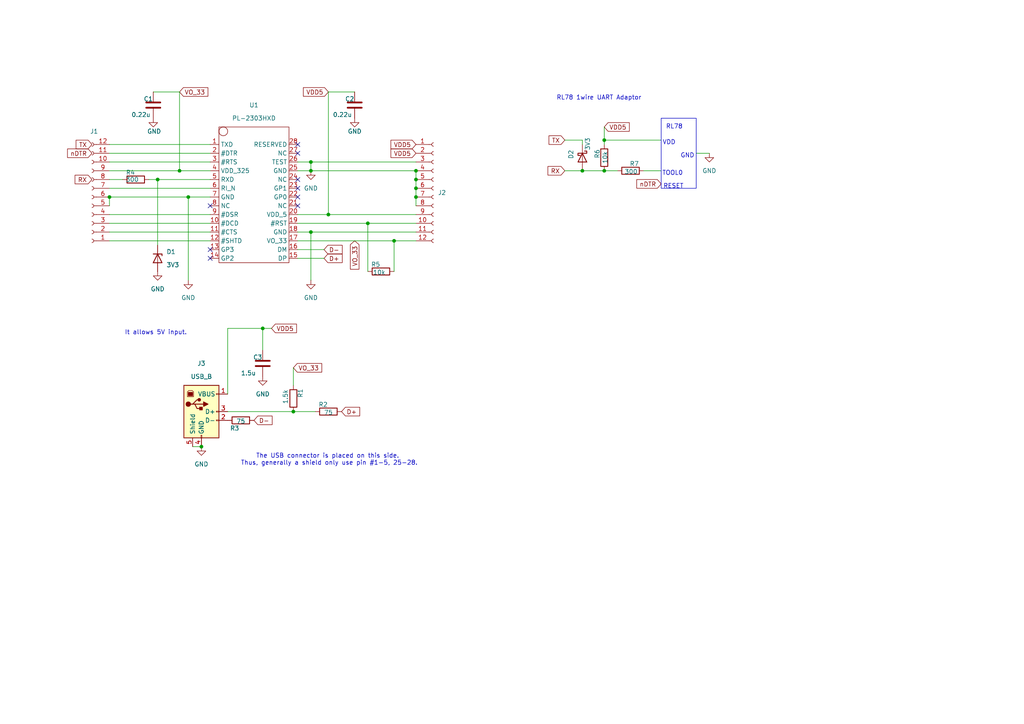
<source format=kicad_sch>
(kicad_sch (version 20250114) (generator "eeschema") (generator_version "9.0")
  (paper "A4")
  (lib_symbols
    (symbol "0Ore:PL2303HXD"
      (property "Reference" "U" (at 0 0 0))
      (symbol "PL2303HXD_0_1"
        (rectangle (start -10.16 40.64) (end 10.16 1.27))
        (circle (center -8.89 39.37) (radius 1.27))
      )
      (symbol "PL2303HXD_1_1"
        (pin input line (at -12.7 35.56 0) (length 2.54) (name "TXD") (number "1"))
        (pin input line (at -12.7 33.02 0) (length 2.54) (name "#DTR") (number "2"))
        (pin input line (at -12.7 30.48 0) (length 2.54) (name "#RTS") (number "3"))
        (pin input line (at -12.7 27.94 0) (length 2.54) (name "VDD_325") (number "4"))
        (pin input line (at -12.7 25.4 0) (length 2.54) (name "RXD") (number "5"))
        (pin input line (at -12.7 22.86 0) (length 2.54) (name "RI_N") (number "6"))
        (pin input line (at -12.7 20.32 0) (length 2.54) (name "GND") (number "7"))
        (pin input line (at -12.7 17.78 0) (length 2.54) (name "NC") (number "8"))
        (pin input line (at -12.7 15.24 0) (length 2.54) (name "#DSR") (number "9"))
        (pin input line (at -12.7 12.7 0) (length 2.54) (name "#DCD") (number "10"))
        (pin input line (at -12.7 10.16 0) (length 2.54) (name "#CTS") (number "11"))
        (pin input line (at -12.7 7.62 0) (length 2.54) (name "#SHTD") (number "12"))
        (pin input line (at -12.7 5.08 0) (length 2.54) (name "GP3") (number "13"))
        (pin input line (at -12.7 2.54 0) (length 2.54) (name "GP2") (number "14"))
        (pin input line (at 12.7 35.56 180) (length 2.54) (name "RESERVED") (number "28"))
        (pin input line (at 12.7 33.02 180) (length 2.54) (name "NC") (number "27"))
        (pin input line (at 12.7 30.48 180) (length 2.54) (name "TEST") (number "26"))
        (pin input line (at 12.7 27.94 180) (length 2.54) (name "GND") (number "25"))
        (pin input line (at 12.7 25.4 180) (length 2.54) (name "NC") (number "24"))
        (pin input line (at 12.7 22.86 180) (length 2.54) (name "GP1") (number "23"))
        (pin input line (at 12.7 20.32 180) (length 2.54) (name "GP0") (number "22"))
        (pin input line (at 12.7 17.78 180) (length 2.54) (name "NC") (number "21"))
        (pin input line (at 12.7 15.24 180) (length 2.54) (name "VDD_5") (number "20"))
        (pin input line (at 12.7 12.7 180) (length 2.54) (name "#RST") (number "19"))
        (pin input line (at 12.7 10.16 180) (length 2.54) (name "GND") (number "18"))
        (pin input line (at 12.7 7.62 180) (length 2.54) (name "VO_33") (number "17"))
        (pin input line (at 12.7 5.08 180) (length 2.54) (name "DM") (number "16"))
        (pin input line (at 12.7 2.54 180) (length 2.54) (name "DP") (number "15"))
      )
    )
    (symbol "Connector:Conn_01x12_Socket" (pin_names (offset 1.016) (hide yes))
      (property "Reference" "J" (at 0 15.24 0))
      (property "Value" "Conn_01x12_Socket" (at 0 -17.78 0))
      (symbol "Conn_01x12_Socket_1_1"
        (polyline (pts (xy -1.27 12.7) (xy -0.508 12.7)) (stroke (width 0.1524)))
        (polyline (pts (xy -1.27 10.16) (xy -0.508 10.16)) (stroke (width 0.1524)))
        (polyline (pts (xy -1.27 7.62) (xy -0.508 7.62)) (stroke (width 0.1524)))
        (polyline (pts (xy -1.27 5.08) (xy -0.508 5.08)) (stroke (width 0.1524)))
        (polyline (pts (xy -1.27 2.54) (xy -0.508 2.54)) (stroke (width 0.1524)))
        (polyline (pts (xy -1.27 0) (xy -0.508 0)) (stroke (width 0.1524)))
        (polyline (pts (xy -1.27 -2.54) (xy -0.508 -2.54)) (stroke (width 0.1524)))
        (polyline (pts (xy -1.27 -5.08) (xy -0.508 -5.08)) (stroke (width 0.1524)))
        (polyline (pts (xy -1.27 -7.62) (xy -0.508 -7.62)) (stroke (width 0.1524)))
        (polyline (pts (xy -1.27 -10.16) (xy -0.508 -10.16)) (stroke (width 0.1524)))
        (polyline (pts (xy -1.27 -12.7) (xy -0.508 -12.7)) (stroke (width 0.1524)))
        (polyline (pts (xy -1.27 -15.24) (xy -0.508 -15.24)) (stroke (width 0.1524)))
        (arc (start 0 12.192) (mid -0.5058 12.7) (end 0 13.208) (stroke (width 0.1524)))
        (arc (start 0 9.652) (mid -0.5058 10.16) (end 0 10.668) (stroke (width 0.1524)))
        (arc (start 0 7.112) (mid -0.5058 7.62) (end 0 8.128) (stroke (width 0.1524)))
        (arc (start 0 4.572) (mid -0.5058 5.08) (end 0 5.588) (stroke (width 0.1524)))
        (arc (start 0 2.032) (mid -0.5058 2.54) (end 0 3.048) (stroke (width 0.1524)))
        (arc (start 0 -0.508) (mid -0.5058 0) (end 0 0.508) (stroke (width 0.1524)))
        (arc (start 0 -3.048) (mid -0.5058 -2.54) (end 0 -2.032) (stroke (width 0.1524)))
        (arc (start 0 -5.588) (mid -0.5058 -5.08) (end 0 -4.572) (stroke (width 0.1524)))
        (arc (start 0 -8.128) (mid -0.5058 -7.62) (end 0 -7.112) (stroke (width 0.1524)))
        (arc (start 0 -10.668) (mid -0.5058 -10.16) (end 0 -9.652) (stroke (width 0.1524)))
        (arc (start 0 -13.208) (mid -0.5058 -12.7) (end 0 -12.192) (stroke (width 0.1524)))
        (arc (start 0 -15.748) (mid -0.5058 -15.24) (end 0 -14.732) (stroke (width 0.1524)))
        (pin passive line (at -5.08 12.7 0) (length 3.81) (name "Pin_1") (number "1"))
        (pin passive line (at -5.08 10.16 0) (length 3.81) (name "Pin_2") (number "2"))
        (pin passive line (at -5.08 7.62 0) (length 3.81) (name "Pin_3") (number "3"))
        (pin passive line (at -5.08 5.08 0) (length 3.81) (name "Pin_4") (number "4"))
        (pin passive line (at -5.08 2.54 0) (length 3.81) (name "Pin_5") (number "5"))
        (pin passive line (at -5.08 0 0) (length 3.81) (name "Pin_6") (number "6"))
        (pin passive line (at -5.08 -2.54 0) (length 3.81) (name "Pin_7") (number "7"))
        (pin passive line (at -5.08 -5.08 0) (length 3.81) (name "Pin_8") (number "8"))
        (pin passive line (at -5.08 -7.62 0) (length 3.81) (name "Pin_9") (number "9"))
        (pin passive line (at -5.08 -10.16 0) (length 3.81) (name "Pin_10") (number "10"))
        (pin passive line (at -5.08 -12.7 0) (length 3.81) (name "Pin_11") (number "11"))
        (pin passive line (at -5.08 -15.24 0) (length 3.81) (name "Pin_12") (number "12"))
      )
    )
    (symbol "Connector:USB_B" (pin_names (offset 1.016))
      (property "Reference" "J" (at -5.08 11.43 0))
      (property "Value" "USB_B" (at -5.08 8.89 0))
      (symbol "USB_B_0_1"
        (rectangle (start -5.08 -7.62) (end 5.08 7.62) (stroke (width 0.254)) (fill (type background)))
        (polyline (pts (xy -4.064 4.318) (xy -2.286 4.318) (xy -2.286 5.715) (xy -2.667 6.096) (xy -3.683 6.096) (xy -4.064 5.715) (xy -4.064 4.318)))
        (rectangle (start -3.81 5.588) (end -2.54 4.572) (fill (type outline)))
        (circle (center -3.81 2.159) (radius 0.635) (stroke (width 0.254)) (fill (type outline)))
        (polyline (pts (xy -3.175 2.159) (xy -2.54 2.159) (xy -1.27 3.429) (xy -0.635 3.429)) (stroke (width 0.254)))
        (polyline (pts (xy -2.54 2.159) (xy -1.905 2.159) (xy -1.27 0.889) (xy 0 0.889)) (stroke (width 0.254)))
        (polyline (pts (xy -1.905 2.159) (xy 0.635 2.159)) (stroke (width 0.254)))
        (circle (center -0.635 3.429) (radius 0.381) (stroke (width 0.254)) (fill (type outline)))
        (rectangle (start -0.127 -7.62) (end 0.127 -6.858))
        (rectangle (start 0.254 1.27) (end -0.508 0.508) (stroke (width 0.254)) (fill (type outline)))
        (polyline (pts (xy 0.635 2.794) (xy 0.635 1.524) (xy 1.905 2.159) (xy 0.635 2.794)) (stroke (width 0.254)) (fill (type outline)))
        (rectangle (start 5.08 4.953) (end 4.318 5.207))
        (rectangle (start 5.08 -0.127) (end 4.318 0.127))
        (rectangle (start 5.08 -2.667) (end 4.318 -2.413))
      )
      (symbol "USB_B_1_1"
        (pin passive line (at -2.54 -10.16 90) (length 2.54) (name "Shield") (number "5"))
        (pin power_out line (at 0 -10.16 90) (length 2.54) (name "GND") (number "4"))
        (pin power_out line (at 7.62 5.08 180) (length 2.54) (name "VBUS") (number "1"))
        (pin bidirectional line (at 7.62 0 180) (length 2.54) (name "D+") (number "3"))
        (pin bidirectional line (at 7.62 -2.54 180) (length 2.54) (name "D-") (number "2"))
      )
    )
    (symbol "Device:C" (pin_numbers (hide yes)) (pin_names (offset 0.254))
      (property "Reference" "C" (at 0.635 2.54 0))
      (property "Value" "C" (at 0.635 -2.54 0))
      (symbol "C_0_1"
        (polyline (pts (xy -2.032 0.762) (xy 2.032 0.762)) (stroke (width 0.508)))
        (polyline (pts (xy -2.032 -0.762) (xy 2.032 -0.762)) (stroke (width 0.508)))
      )
      (symbol "C_1_1"
        (pin passive line (at 0 3.81 270) (length 2.794) (name "~") (number "1"))
        (pin passive line (at 0 -3.81 90) (length 2.794) (name "~") (number "2"))
      )
    )
    (symbol "Device:D_Schottky" (pin_numbers (hide yes)) (pin_names (offset 1.016) (hide yes))
      (property "Reference" "D" (at 0 2.54 0))
      (property "Value" "D_Schottky" (at 0 -2.54 0))
      (symbol "D_Schottky_0_1"
        (polyline (pts (xy -1.905 0.635) (xy -1.905 1.27) (xy -1.27 1.27) (xy -1.27 -1.27) (xy -0.635 -1.27) (xy -0.635 -0.635)) (stroke (width 0.254)))
        (polyline (pts (xy 1.27 1.27) (xy 1.27 -1.27) (xy -1.27 0) (xy 1.27 1.27)) (stroke (width 0.254)))
        (polyline (pts (xy 1.27 0) (xy -1.27 0)))
      )
      (symbol "D_Schottky_1_1"
        (pin passive line (at -3.81 0 0) (length 2.54) (name "K") (number "1"))
        (pin passive line (at 3.81 0 180) (length 2.54) (name "A") (number "2"))
      )
    )
    (symbol "Device:D_Zener" (pin_numbers (hide yes)) (pin_names (offset 1.016) (hide yes))
      (property "Reference" "D" (at 0 2.54 0))
      (property "Value" "D_Zener" (at 0 -2.54 0))
      (symbol "D_Zener_0_1"
        (polyline (pts (xy -1.27 -1.27) (xy -1.27 1.27) (xy -0.762 1.27)) (stroke (width 0.254)))
        (polyline (pts (xy 1.27 0) (xy -1.27 0)))
        (polyline (pts (xy 1.27 -1.27) (xy 1.27 1.27) (xy -1.27 0) (xy 1.27 -1.27)) (stroke (width 0.254)))
      )
      (symbol "D_Zener_1_1"
        (pin passive line (at -3.81 0 0) (length 2.54) (name "K") (number "1"))
        (pin passive line (at 3.81 0 180) (length 2.54) (name "A") (number "2"))
      )
    )
    (symbol "Device:R" (pin_numbers (hide yes)) (pin_names (offset 0))
      (property "Reference" "R" (at 2.032 0 90))
      (property "Value" "R" (at 0 0 90))
      (symbol "R_0_1"
        (rectangle (start -1.016 -2.54) (end 1.016 2.54) (stroke (width 0.254)))
      )
      (symbol "R_1_1"
        (pin passive line (at 0 3.81 270) (length 1.27) (name "~") (number "1"))
        (pin passive line (at 0 -3.81 90) (length 1.27) (name "~") (number "2"))
      )
    )
    (symbol "power:GND" (power) (pin_numbers (hide yes)) (pin_names (offset 0) (hide yes))
      (property "Value" "GND" (at 0 -3.81 0))
      (symbol "GND_0_1"
        (polyline (pts (xy 0 0) (xy 0 -1.27) (xy 1.27 -1.27) (xy 0 -2.54) (xy -1.27 -1.27) (xy 0 -1.27)))
      )
      (symbol "GND_1_1"
        (pin power_in line (at 0 0 270) (length 0) (name "~") (number "1"))
      )
    )
  )
  (rectangle (start 191.77 34.29) (end 201.93 54.61))
  (text "RL78" (at 195.58 36.83 0) (effects (font (size 1.27 1.27))))
  (text "RESET" (at 195.326 54.102 0) (effects (font (size 1.27 1.27))))
  (text "RL78 1wire UART Adaptor" (at 173.736 28.448 0) (effects (font (size 1.27 1.27))))
  (text "TOOL0" (at 195.072 50.292 0) (effects (font (size 1.27 1.27))))
  (text "The USB connector is placed on this side. \nThus, generally a shield only use pin #1-5, 25-28." (at 95.504 133.35 0) (effects (font (size 1.27 1.27))))
  (text "VDD" (at 194.056 41.402 0) (effects (font (size 1.27 1.27))))
  (text "It allows 5V input." (at 45.212 96.52 0) (effects (font (size 1.27 1.27))))
  (text "GND" (at 199.39 45.212 0) (effects (font (size 1.27 1.27))))
  (junction (at 175.26 40.64))
  (junction (at 76.2 95.25))
  (junction (at 120.65 52.07))
  (junction (at 168.91 49.53))
  (junction (at 175.26 49.53))
  (junction (at 45.72 52.07))
  (junction (at 120.65 49.53))
  (junction (at 52.07 49.53))
  (junction (at 90.17 67.31))
  (junction (at 54.61 57.15))
  (junction (at 90.17 46.99))
  (junction (at 106.68 64.77))
  (junction (at 31.75 57.15))
  (junction (at 85.09 119.38))
  (junction (at 120.65 57.15))
  (junction (at 114.3 69.85))
  (junction (at 58.42 129.54))
  (junction (at 90.17 49.53))
  (junction (at 120.65 54.61))
  (junction (at 95.25 62.23))
  (no_connect (at 86.36 44.45))
  (no_connect (at 86.36 59.69))
  (no_connect (at 86.36 54.61))
  (no_connect (at 60.96 72.39))
  (no_connect (at 86.36 52.07))
  (no_connect (at 86.36 57.15))
  (no_connect (at 60.96 59.69))
  (no_connect (at 60.96 74.93))
  (no_connect (at 86.36 41.91))
  (wire (pts (xy 186.69 49.53) (xy 191.77 49.53)))
  (wire (pts (xy 95.25 62.23) (xy 120.65 62.23)))
  (wire (pts (xy 31.75 41.91) (xy 60.96 41.91)))
  (wire (pts (xy 31.75 49.53) (xy 52.07 49.53)))
  (wire (pts (xy 86.36 62.23) (xy 95.25 62.23)))
  (wire (pts (xy 54.61 57.15) (xy 60.96 57.15)))
  (wire (pts (xy 175.26 40.64) (xy 191.77 40.64)))
  (wire (pts (xy 90.17 46.99) (xy 90.17 49.53)))
  (wire (pts (xy 91.44 119.38) (xy 85.09 119.38)))
  (wire (pts (xy 120.65 49.53) (xy 120.65 52.07)))
  (wire (pts (xy 120.65 54.61) (xy 120.65 57.15)))
  (wire (pts (xy 175.26 49.53) (xy 179.07 49.53)))
  (wire (pts (xy 163.83 49.53) (xy 168.91 49.53)))
  (wire (pts (xy 78.74 95.25) (xy 76.2 95.25)))
  (wire (pts (xy 45.72 52.07) (xy 45.72 71.12)))
  (wire (pts (xy 114.3 69.85) (xy 114.3 78.74)))
  (wire (pts (xy 201.93 44.45) (xy 205.74 44.45)))
  (wire (pts (xy 120.65 52.07) (xy 120.65 54.61)))
  (wire (pts (xy 31.75 46.99) (xy 60.96 46.99)))
  (wire (pts (xy 52.07 49.53) (xy 60.96 49.53)))
  (wire (pts (xy 52.07 26.67) (xy 52.07 49.53)))
  (wire (pts (xy 168.91 41.91) (xy 168.91 40.64)))
  (wire (pts (xy 86.36 64.77) (xy 106.68 64.77)))
  (wire (pts (xy 90.17 46.99) (xy 120.65 46.99)))
  (wire (pts (xy 86.36 72.39) (xy 93.98 72.39)))
  (wire (pts (xy 31.75 62.23) (xy 60.96 62.23)))
  (wire (pts (xy 168.91 49.53) (xy 175.26 49.53)))
  (wire (pts (xy 175.26 40.64) (xy 175.26 41.91)))
  (wire (pts (xy 85.09 119.38) (xy 66.04 119.38)))
  (wire (pts (xy 31.75 67.31) (xy 60.96 67.31)))
  (wire (pts (xy 106.68 64.77) (xy 106.68 78.74)))
  (wire (pts (xy 95.25 26.67) (xy 102.87 26.67)))
  (wire (pts (xy 31.75 69.85) (xy 60.96 69.85)))
  (wire (pts (xy 43.18 52.07) (xy 45.72 52.07)))
  (wire (pts (xy 95.25 26.67) (xy 95.25 62.23)))
  (wire (pts (xy 45.72 52.07) (xy 60.96 52.07)))
  (wire (pts (xy 86.36 74.93) (xy 93.98 74.93)))
  (wire (pts (xy 175.26 36.83) (xy 175.26 40.64)))
  (wire (pts (xy 31.75 57.15) (xy 31.75 59.69)))
  (wire (pts (xy 31.75 52.07) (xy 35.56 52.07)))
  (wire (pts (xy 120.65 57.15) (xy 120.65 59.69)))
  (wire (pts (xy 31.75 44.45) (xy 60.96 44.45)))
  (wire (pts (xy 114.3 69.85) (xy 120.65 69.85)))
  (wire (pts (xy 55.88 129.54) (xy 58.42 129.54)))
  (wire (pts (xy 31.75 57.15) (xy 54.61 57.15)))
  (wire (pts (xy 76.2 95.25) (xy 66.04 95.25)))
  (wire (pts (xy 85.09 106.68) (xy 85.09 111.76)))
  (wire (pts (xy 90.17 49.53) (xy 120.65 49.53)))
  (wire (pts (xy 86.36 49.53) (xy 90.17 49.53)))
  (wire (pts (xy 86.36 46.99) (xy 90.17 46.99)))
  (wire (pts (xy 90.17 67.31) (xy 90.17 81.28)))
  (wire (pts (xy 31.75 64.77) (xy 60.96 64.77)))
  (wire (pts (xy 76.2 95.25) (xy 76.2 101.6)))
  (wire (pts (xy 66.04 95.25) (xy 66.04 114.3)))
  (wire (pts (xy 31.75 54.61) (xy 60.96 54.61)))
  (wire (pts (xy 86.36 69.85) (xy 114.3 69.85)))
  (wire (pts (xy 44.45 26.67) (xy 52.07 26.67)))
  (wire (pts (xy 86.36 67.31) (xy 90.17 67.31)))
  (wire (pts (xy 54.61 57.15) (xy 54.61 81.28)))
  (wire (pts (xy 106.68 64.77) (xy 120.65 64.77)))
  (wire (pts (xy 90.17 67.31) (xy 120.65 67.31)))
  (wire (pts (xy 168.91 40.64) (xy 163.83 40.64)))
  (global_label "D+" (shape input) (at 99.06 119.38 0) (property "Intersheetrefs" "${INTERSHEET_REFS}" (effects (hide yes))))
  (global_label "VO_33" (shape input) (at 85.09 106.68 0) (property "Intersheetrefs" "${INTERSHEET_REFS}" (effects (hide yes))))
  (global_label "VDD5" (shape input) (at 175.26 36.83 0) (property "Intersheetrefs" "${INTERSHEET_REFS}" (effects (hide yes))))
  (global_label "nDTR" (shape input) (at 191.77 53.34 180) (property "Intersheetrefs" "${INTERSHEET_REFS}" (effects (hide yes))))
  (global_label "VDD5" (shape input) (at 78.74 95.25 0) (property "Intersheetrefs" "${INTERSHEET_REFS}" (effects (hide yes))))
  (global_label "VDD5" (shape input) (at 95.25 26.67 180) (property "Intersheetrefs" "${INTERSHEET_REFS}" (effects (hide yes))))
  (global_label "nDTR" (shape input) (at 26.67 44.45 180) (property "Intersheetrefs" "${INTERSHEET_REFS}" (effects (hide yes))))
  (global_label "VDD5" (shape input) (at 120.65 41.91 180) (property "Intersheetrefs" "${INTERSHEET_REFS}" (effects (hide yes))))
  (global_label "D+" (shape input) (at 93.98 74.93 0) (property "Intersheetrefs" "${INTERSHEET_REFS}" (effects (hide yes))))
  (global_label "RX" (shape input) (at 26.67 52.07 180) (property "Intersheetrefs" "${INTERSHEET_REFS}" (effects (hide yes))))
  (global_label "TX" (shape input) (at 26.67 41.91 180) (property "Intersheetrefs" "${INTERSHEET_REFS}" (effects (hide yes))))
  (global_label "D-" (shape input) (at 93.98 72.39 0) (property "Intersheetrefs" "${INTERSHEET_REFS}" (effects (hide yes))))
  (global_label "RX" (shape input) (at 163.83 49.53 180) (property "Intersheetrefs" "${INTERSHEET_REFS}" (effects (hide yes))))
  (global_label "TX" (shape input) (at 163.83 40.64 180) (property "Intersheetrefs" "${INTERSHEET_REFS}" (effects (hide yes))))
  (global_label "VO_33" (shape input) (at 52.07 26.67 0) (property "Intersheetrefs" "${INTERSHEET_REFS}" (effects (hide yes))))
  (global_label "VO_33" (shape input) (at 102.87 69.85 270) (property "Intersheetrefs" "${INTERSHEET_REFS}" (effects (hide yes))))
  (global_label "VDD5" (shape input) (at 120.65 44.45 180) (property "Intersheetrefs" "${INTERSHEET_REFS}" (effects (hide yes))))
  (global_label "D-" (shape input) (at 73.66 121.92 0) (property "Intersheetrefs" "${INTERSHEET_REFS}" (effects (hide yes))))
  (symbol (lib_id "Device:R") (at 175.26 45.72 0) (unit 1)
    (property "Reference" "R6" (at 173.228 45.974 90) (effects (justify left)))
    (property "Value" "10k" (at 175.514 47.498 90) (effects (justify left)))
    (property "Description" "Resistor" (effects (hide yes)))
  )
  (symbol (lib_id "power:GND") (at 205.74 44.45 0) (unit 1)
    (property "Reference" "#PWR08" (effects (hide yes)))
    (property "Value" "GND" (at 205.74 49.53 0))
    (property "Description" "Power symbol creates a global label with name \"GND\" , ground" (effects (hide yes)))
  )
  (symbol (lib_id "0Ore:PL2303HXD") (at 73.66 77.47 0) (unit 1)
    (property "Reference" "U1" (at 73.66 30.48 0))
    (property "Value" "PL-2303HXD" (at 73.66 34.29 0))
  )
  (symbol (lib_id "Device:R") (at 39.37 52.07 90) (unit 1)
    (property "Reference" "R4" (at 37.846 50.038 90))
    (property "Value" "300" (at 38.354 52.07 90))
    (property "Description" "Resistor" (effects (hide yes)))
  )
  (symbol (lib_id "Device:R") (at 85.09 115.57 0) (unit 1)
    (property "Reference" "R1" (at 87.122 114.046 90))
    (property "Value" "1.5k" (at 82.804 115.062 90))
    (property "Description" "Resistor" (effects (hide yes)))
  )
  (symbol (lib_id "Device:R") (at 69.85 121.92 90) (unit 1)
    (property "Reference" "R3" (at 68.072 124.206 90))
    (property "Value" "75" (at 69.85 122.174 90))
    (property "Description" "Resistor" (effects (hide yes)))
  )
  (symbol (lib_id "Connector:USB_B") (at 58.42 119.38 0) (unit 1)
    (property "Reference" "J3" (at 58.42 105.41 0))
    (property "Value" "USB_B" (at 58.42 109.22 0))
    (property "Description" "USB Type B connector" (effects (hide yes)))
  )
  (symbol (lib_id "Connector:Conn_01x12_Socket") (at 125.73 54.61 0) (unit 1)
    (property "Reference" "J2" (at 127 55.8799 0) (effects (justify left)))
    (property "Value" "Conn_01x12_Socket" (effects (hide yes)))
    (property "Description" "Generic connector, single row, 01x12, script generated" (effects (hide yes)))
  )
  (symbol (lib_id "Connector:Conn_01x12_Socket") (at 26.67 57.15 180) (unit 1)
    (property "Reference" "J1" (at 27.305 38.1 0))
    (property "Value" "Conn_01x12_Socket" (effects (hide yes)))
    (property "Description" "Generic connector, single row, 01x12, script generated" (effects (hide yes)))
  )
  (symbol (lib_id "Device:C") (at 76.2 105.41 0) (unit 1)
    (property "Reference" "C3" (at 73.406 103.632 0) (effects (justify left)))
    (property "Value" "1.5u" (at 69.85 108.204 0) (effects (justify left)))
    (property "Description" "Unpolarized capacitor" (effects (hide yes)))
  )
  (symbol (lib_id "power:GND") (at 102.87 34.29 0) (unit 1)
    (property "Reference" "#PWR05" (effects (hide yes)))
    (property "Value" "GND" (at 102.87 38.1 0))
    (property "Description" "Power symbol creates a global label with name \"GND\" , ground" (effects (hide yes)))
  )
  (symbol (lib_id "power:GND") (at 54.61 81.28 0) (unit 1)
    (property "Reference" "#PWR02" (effects (hide yes)))
    (property "Value" "GND" (at 54.61 86.36 0))
    (property "Description" "Power symbol creates a global label with name \"GND\" , ground" (effects (hide yes)))
  )
  (symbol (lib_id "Device:R") (at 95.25 119.38 90) (unit 1)
    (property "Reference" "R2" (at 93.726 117.348 90))
    (property "Value" "75" (at 95.25 119.634 90))
    (property "Description" "Resistor" (effects (hide yes)))
  )
  (symbol (lib_id "power:GND") (at 76.2 109.22 0) (unit 1)
    (property "Reference" "#PWR07" (effects (hide yes)))
    (property "Value" "GND" (at 76.2 114.3 0))
    (property "Description" "Power symbol creates a global label with name \"GND\" , ground" (effects (hide yes)))
  )
  (symbol (lib_id "power:GND") (at 90.17 49.53 0) (unit 1)
    (property "Reference" "#PWR09" (effects (hide yes)))
    (property "Value" "GND" (at 90.17 54.61 0))
    (property "Description" "Power symbol creates a global label with name \"GND\" , ground" (effects (hide yes)))
  )
  (symbol (lib_id "Device:C") (at 102.87 30.48 0) (unit 1)
    (property "Reference" "C2" (at 100.076 28.702 0) (effects (justify left)))
    (property "Value" "0.22u" (at 96.52 33.274 0) (effects (justify left)))
    (property "Description" "Unpolarized capacitor" (effects (hide yes)))
  )
  (symbol (lib_id "Device:C") (at 44.45 30.48 0) (unit 1)
    (property "Reference" "C1" (at 41.656 28.702 0) (effects (justify left)))
    (property "Value" "0.22u" (at 38.1 33.274 0) (effects (justify left)))
    (property "Description" "Unpolarized capacitor" (effects (hide yes)))
  )
  (symbol (lib_id "power:GND") (at 45.72 78.74 0) (unit 1)
    (property "Reference" "#PWR06" (effects (hide yes)))
    (property "Value" "GND" (at 45.72 83.82 0))
    (property "Description" "Power symbol creates a global label with name \"GND\" , ground" (effects (hide yes)))
  )
  (symbol (lib_id "power:GND") (at 58.42 129.54 0) (unit 1)
    (property "Reference" "#PWR04" (effects (hide yes)))
    (property "Value" "GND" (at 58.42 134.62 0))
    (property "Description" "Power symbol creates a global label with name \"GND\" , ground" (effects (hide yes)))
  )
  (symbol (lib_id "power:GND") (at 44.45 34.29 0) (unit 1)
    (property "Reference" "#PWR01" (effects (hide yes)))
    (property "Value" "GND" (at 44.704 38.1 0))
    (property "Description" "Power symbol creates a global label with name \"GND\" , ground" (effects (hide yes)))
  )
  (symbol (lib_id "power:GND") (at 90.17 81.28 0) (unit 1)
    (property "Reference" "#PWR03" (effects (hide yes)))
    (property "Value" "GND" (at 90.17 86.36 0))
    (property "Description" "Power symbol creates a global label with name \"GND\" , ground" (effects (hide yes)))
  )
  (symbol (lib_id "Device:R") (at 182.88 49.53 270) (unit 1)
    (property "Reference" "R7" (at 182.626 47.498 90) (effects (justify left)))
    (property "Value" "300" (at 181.102 49.784 90) (effects (justify left)))
    (property "Description" "Resistor" (effects (hide yes)))
  )
  (symbol (lib_id "Device:D_Zener") (at 45.72 74.93 270) (unit 1)
    (property "Reference" "D1" (at 48.26 73.0249 90) (effects (justify left)))
    (property "Value" "3V3" (at 48.26 76.8349 90) (effects (justify left)))
    (property "Description" "Zener diode" (effects (hide yes)))
  )
  (symbol (lib_id "Device:D_Schottky") (at 168.91 45.72 270) (unit 1)
    (property "Reference" "D2" (at 165.608 43.434 0) (effects (justify left)))
    (property "Value" "3V3" (at 170.434 39.878 0) (effects (justify left)))
    (property "Description" "Schottky diode" (effects (hide yes)))
  )
  (symbol (lib_id "Device:R") (at 110.49 78.74 90) (unit 1)
    (property "Reference" "R5" (at 108.966 76.708 90))
    (property "Value" "10k" (at 109.982 78.994 90))
    (property "Description" "Resistor" (effects (hide yes)))
  )
)
</source>
